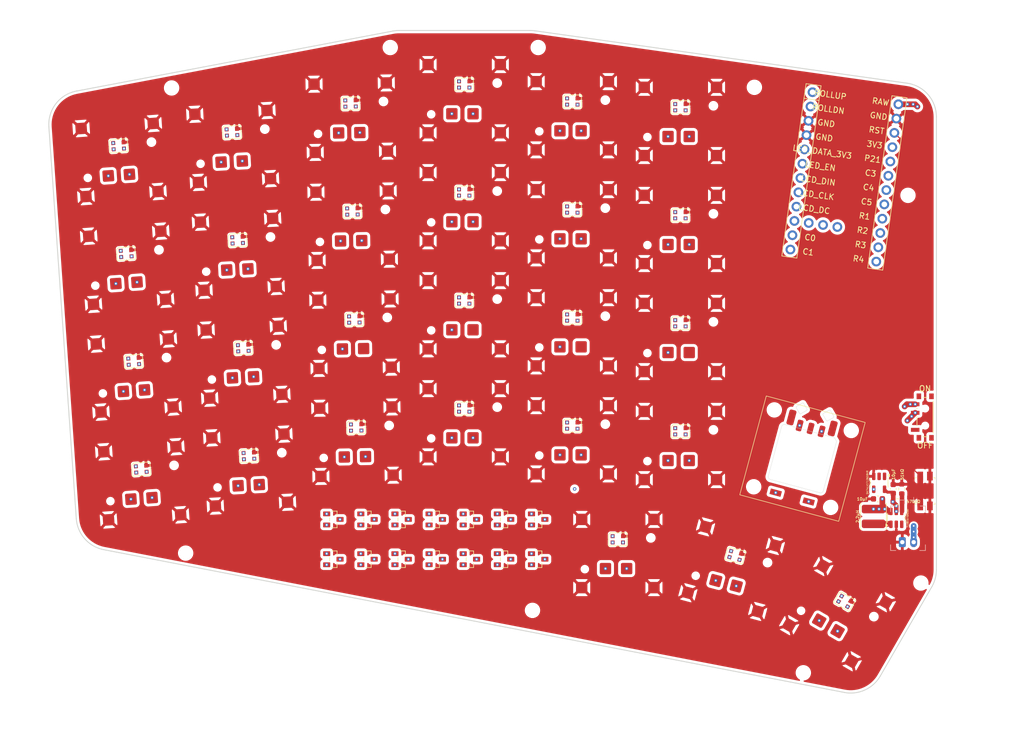
<source format=kicad_pcb>
(kicad_pcb (version 20241229) (generator "pcbnew") (generator_version "9.0")
  (title_block (title "toomanykeys") (date "2025-06-04") (rev "0.1") (company "huntercook"))
  (layers (0 "F.Cu" signal) (4 "In1.Cu" signal) (6 "In2.Cu" signal) (8 "In3.Cu" signal) (10 "In4.Cu" signal) (2 "B.Cu" signal) (13 "F.Paste" user) (15 "B.Paste" user) (5 "F.SilkS" user "F.Silkscreen") (7 "B.SilkS" user "B.Silkscreen") (1 "F.Mask" user) (3 "B.Mask" user) (25 "Edge.Cuts" user))
  (net 0 "")
  (net 1 "C0")
  (net 2 "finger_outer_bottom")
  (net 3 "GND")
  (net 4 "finger_outer_home")
  (net 5 "finger_outer_top")
  (net 6 "finger_outer_num")
  (net 7 "C1")
  (net 8 "finger_pinky_bottom")
  (net 9 "finger_pinky_home")
  (net 10 "finger_pinky_top")
  (net 11 "finger_pinky_num")
  (net 12 "C2")
  (net 13 "finger_ring_bottom")
  (net 14 "finger_ring_home")
  (net 15 "finger_ring_top")
  (net 16 "finger_ring_num")
  (net 17 "C3")
  (net 18 "finger_middle_bottom")
  (net 19 "finger_middle_home")
  (net 20 "finger_middle_top")
  (net 21 "finger_middle_num")
  (net 22 "C4")
  (net 23 "finger_index_bottom")
  (net 24 "finger_index_home")
  (net 25 "finger_index_top")
  (net 26 "finger_index_num")
  (net 27 "C5")
  (net 28 "finger_inner_bottom")
  (net 29 "finger_inner_home")
  (net 30 "finger_inner_top")
  (net 31 "finger_inner_num")
  (net 32 "thumb_near_fan")
  (net 33 "thumb_mid_fan")
  (net 34 "thumb_far_fan")
  (net 35 "roller")
  (net 36 "ROLLUP")
  (net 37 "ROLLDN")
  (net 38 "R1")
  (net 39 "RAW")
  (net 40 "RST")
  (net 41 "3V3")
  (net 42 "P21")
  (net 43 "R2")
  (net 44 "R3")
  (net 45 "R4")
  (net 46 "LED_DATA_3V3")
  (net 47 "LED_EN")
  (net 48 "LCD_DIN")
  (net 49 "LCD_CLK")
  (net 50 "LCD_DC")
  (net 51 "LCD_BL")
  (net 52 "LCD_CS")
  (net 53 "LCD_RST")
  (net 54 "BAT_P")
  (net 55 "LED_26")
  (net 56 "LED_PWR")
  (net 57 "LED_27")
  (net 58 "LED_25")
  (net 59 "LED_24")
  (net 60 "LED_23")
  (net 61 "LED_19")
  (net 62 "LED_20")
  (net 63 "LED_21")
  (net 64 "LED_22")
  (net 65 "LED_18")
  (net 66 "LED_17")
  (net 67 "LED_16")
  (net 68 "LED_15")
  (net 69 "LED_11")
  (net 70 "LED_12")
  (net 71 "LED_13")
  (net 72 "LED_14")
  (net 73 "LED_10")
  (net 74 "LED_9")
  (net 75 "LED_8")
  (net 76 "LED_7")
  (net 77 "LED_3")
  (net 78 "LED_4")
  (net 79 "LED_5")
  (net 80 "LED_6")
  (net 81 "LED_2")
  (net 82 "LED_1")
  (net 83 "LED_DATA_5V")
  (net 84 "Net-(U1-V_{FB})")
  (net 85 "Net-(U1-SW)")
  (net 86 "BOOST_EN")
  (footprint "BAV70 SOT23" (layer "F.Cu") (at 111.593327 166.357023 -90)
    (property "Reference" "D4" (hide yes))
    (property "Value" "BAV70")
  )
  (footprint "LED_WS2812B-2020_PLCC4_2.0x2.0mm" (layer "F.Cu") (at 154.593327 150.857023)
    (property "Reference" "LED21" (hide yes))
    (property "Value" "")
  )
  (footprint "LED_WS2812B-2020_PLCC4_2.0x2.0mm" (layer "F.Cu") (at 154.593327 93.857023)
    (property "Reference" "LED24" (hide yes))
    (property "Value" "")
  )
  (footprint "LED_WS2812B-2020_PLCC4_2.0x2.0mm" (layer "F.Cu") (at 135.593327 130.857023)
    (property "Reference" "LED18" (hide yes))
    (property "Value" "")
  )
  (footprint "LED_WS2812B-2020_PLCC4_2.0x2.0mm" (layer "F.Cu") (at 77.758737 136.206528 3)
    (property "Reference" "LED6" (hide yes))
    (property "Value" "")
  )
  (footprint "BAV70 SOT23" (layer "F.Cu") (at 111.593327 173.357023 -90)
    (property "Reference" "D11" (hide yes))
    (property "Value" "BAV70")
  )
  (footprint "BAV70 SOT23" (layer "F.Cu") (at 99.593327 173.357023 -90)
    (property "Reference" "D9" (hide yes))
    (property "Value" "BAV70")
  )
  (footprint "PG1316S" (layer "F.Cu") (at 78.883961 157.677063 3)
    (property "Reference" "S5" (hide yes))
    (property "Value" "")
  )
  (footprint "LED_WS2812B-2020_PLCC4_2.0x2.0mm" (layer "F.Cu") (at 135.593327 111.857023)
    (property "Reference" "LED19" (hide yes))
    (property "Value" "")
  )
  (footprint "PG1316S" (layer "F.Cu") (at 182.200091 182.9397 -30)
    (property "Reference" "S27" (hide yes))
    (property "Value" "")
  )
  (footprint "PG1316S" (layer "F.Cu") (at 97.648578 152.688162 1)
    (property "Reference" "S9" (hide yes))
    (property "Value" "")
  )
  (footprint "ceoloide:mounting_hole_npth" (layer "F.Cu") (at 129.593327 83.357023)
    (property "Reference" "MH4" (hide yes))
    (property "Value" "")
  )
  (footprint "LED_WS2812B-2020_PLCC4_2.0x2.0mm" (layer "F.Cu") (at 164.240375 172.692208 -15)
    (property "Reference" "LED26" (hide yes))
    (property "Value" "")
  )
  (footprint "LED_WS2812B-2020_PLCC4_2.0x2.0mm" (layer "F.Cu") (at 96.941755 112.19433 1)
    (property "Reference" "LED11" (hide yes))
    (property "Value" "")
  )
  (footprint "PG1316S" (layer "F.Cu") (at 56.023881 103.138849 4)
    (property "Reference" "S4" (hide yes))
    (property "Value" "")
  )
  (footprint "ceoloide:reset_switch_smd_side" (layer "F.Cu") (at 197.593327 161.357023 -90)
    (property "Reference" "RST1" (hide yes))
    (property "Value" "")
  )
  (footprint "BAV70 SOT23" (layer "F.Cu") (at 105.593327 166.357023 -90)
    (property "Reference" "D3" (hide yes))
    (property "Value" "BAV70")
  )
  (footprint "ceoloide:mounting_hole_npth" (layer "F.Cu") (at 65.162444 90.470516 4)
    (property "Reference" "MH1" (hide yes))
    (property "Value" "")
  )
  (footprint "BAV70 SOT23" (layer "F.Cu") (at 129.593327 166.357023 -90)
    (property "Reference" "D7" (hide yes))
    (property "Value" "BAV70")
  )
  (footprint "LED_WS2812B-2020_PLCC4_2.0x2.0mm" (layer "F.Cu") (at 154.593327 112.857023)
    (property "Reference" "LED23" (hide yes))
    (property "Value" "")
  )
  (footprint "PG1316S" (layer "F.Cu") (at 96.985386 114.693949 1)
    (property "Reference" "S11" (hide yes))
    (property "Value" "")
  )
  (footprint "PG1316S" (layer "F.Cu") (at 76.895194 119.729141 3)
    (property "Reference" "S7" (hide yes))
    (property "Value" "")
  )
  (footprint "PG1316S" (layer "F.Cu") (at 135.593327 152.357023)
    (property "Reference" "S17" (hide yes))
    (property "Value" "")
  )
  (footprint "LED_WS2812B-2020_PLCC4_2.0x2.0mm" (layer "F.Cu") (at 154.593327 131.857023)
    (property "Reference" "LED22" (hide yes))
    (property "Value" "")
  )
  (footprint "LED_WS2812B-2020_PLCC4_2.0x2.0mm" (layer "F.Cu") (at 57.174863 119.598656 4)
    (property "Reference" "LED3" (hide yes))
    (property "Value" "")
  )
  (footprint "BAV70 SOT23" (layer "F.Cu") (at 99.593327 166.357023 -90)
    (property "Reference" "D2" (hide yes))
    (property "Value" "BAV70")
  )
  (footprint "LED_WS2812B-2020_PLCC4_2.0x2.0mm" (layer "F.Cu") (at 75.769971 98.258606 3)
    (property "Reference" "LED8" (hide yes))
    (property "Value" "")
  )
  (footprint "PG1316S" (layer "F.Cu") (at 154.593327 153.357023)
    (property "Reference" "S21" (hide yes))
    (property "Value" "")
  )
  (footprint "LED_WS2812B-2020_PLCC4_2.0x2.0mm" (layer "F.Cu") (at 183.450091 180.774636 -30)
    (property "Reference" "LED27" (hide yes))
    (property "Value" "")
  )
  (footprint "LED_WS2812B-2020_PLCC4_2.0x2.0mm" (layer "F.Cu") (at 116.593327 108.857023)
    (property "Reference" "LED15" (hide yes))
    (property "Value" "")
  )
  (footprint "PG1316S" (layer "F.Cu") (at 163.593327 175.107023 -15)
    (property "Reference" "S26" (hide yes))
    (property "Value" "")
  )
  (footprint "PG1316S" (layer "F.Cu") (at 135.593327 133.357023)
    (property "Reference" "S18" (hide yes))
    (property "Value" "")
  )
  (footprint "ceoloide:mcu_nice_nano" (layer "F.Cu") (at 183.593327 104.857023 -8)
    (property "Reference" "MCU1" (hide yes))
    (property "Value" "")
  )
  (footprint "PG1316S" (layer "F.Cu") (at 135.593327 114.357023)
    (property "Reference" "S19" (hide yes))
    (property "Value" "")
  )
  (footprint "PG1316S" (layer "F.Cu") (at 154.593327 134.357023)
    (property "Reference" "S22" (hide yes))
    (property "Value" "")
  )
  (footprint "PG1316S" (layer "F.Cu") (at 116.593327 130.357023)
    (property "Reference" "S14" (hide yes))
    (property "Value" "")
  )
  (footprint "PG1316S" (layer "F.Cu") (at 135.593327 95.357023)
    (property "Reference" "S20" (hide yes))
    (property "Value" "")
  )
  (footprint "ceoloide:mounting_hole_npth" (layer "F.Cu") (at 167.593327 90.357023)
    (property "Reference" "MH5" (hide yes))
    (property "Value" "")
  )
  (footprint "PG1316S" (layer "F.Cu") (at 97.316982 133.691055 1)
    (property "Reference" "S10" (hide yes))
    (property "Value" "")
  )
  (footprint "ceoloide:mounting_hole_npth" (layer "F.Cu") (at 194.593327 109.357023)
    (property "Reference" "MH6" (hide yes))
    (property "Value" "")
  )
  (footprint "LED_WS2812B-2020_PLCC4_2.0x2.0mm" (layer "F.Cu") (at 59.825609 157.50609 4)
    (property "Reference" "LED1" (hide yes))
    (property "Value" "")
  )
  (footprint "PG1316S" (layer "F.Cu") (at 58.674627 141.046283 4)
    (property "Reference" "S2" (hide yes))
    (property "Value" "")
  )
  (footprint "ceoloide:power_switch_smd_side" (layer "F.Cu") (at 197.593327 148.357023)
    (property "Reference" "PWR1" (hide yes))
    (property "Value" "")
  )
  (footprint "BAV70 SOT23" (layer "F.Cu") (at 123.593327 173.357023 -90)
    (property "Reference" "D13" (hide yes))
    (property "Value" "BAV70")
  )
  (footprint "Package_TO_SOT_SMD:SOT-23-6" (layer "F.Cu") (at 192.54 166.0825 90)
    (property "Reference" "U1" (hide yes))
    (property "Value" "TLV61070ADBV")
  )
  (footprint "LED_WS2812B-2020_PLCC4_2.0x2.0mm" (layer "F.Cu") (at 97.604947 150.188542 1)
    (property "Reference" "LED9" (hide yes))
    (property "Value" "")
  )
  (footprint "ceoloide:mounting_hole_npth" (layer "F.Cu") (at 67.63311 172.285908 3)
    (property "Reference" "MH2" (hide yes))
    (property "Value" "")
  )
  (footprint "PG1316S" (layer "F.Cu") (at 57.349254 122.092566 4)
    (property "Reference" "S3" (hide yes))
    (property "Value" "")
  )
  (footprint "BAV70 SOT23" (layer "F.Cu") (at 117.593327 173.357023 -90)
    (property "Reference" "D12" (hide yes))
    (property "Value" "BAV70")
  )
  (footprint "LED_WS2812B-2020_PLCC4_2.0x2.0mm" (layer "F.Cu") (at 78.753121 155.180489 3)
    (property "Reference" "LED5" (hide yes))
    (property "Value" "")
  )
  (footprint "BAV70 SOT23" (layer "F.Cu") (at 93.593327 166.357023 -90)
    (property "Reference" "D1" (hide yes))
    (property "Value" "BAV70")
  )
  (footprint "PG1316S" (layer "F.Cu") (at 116.593327 111.357023)
    (property "Reference" "S15" (hide yes))
    (property "Value" "")
  )
  (footprint "BAV70 SOT23" (layer "F.Cu") (at 123.593327 166.357023 -90)
    (property "Reference" "D6" (hide yes))
    (property "Value" "BAV70")
  )
  (footprint "LED_WS2812B-2020_PLCC4_2.0x2.0mm" (layer "F.Cu") (at 76.764354 117.232567 3)
    (property "Reference" "LED7" (hide yes))
    (property "Value" "")
  )
  (footprint "Package_TO_SOT_SMD:SOT-23-5" (layer "F.Cu") (at 189.52 159.9175 -90)
    (property "Reference" "U2" (hide yes))
    (property "Value" "SN74LV1T126DBVR")
  )
  (footprint "Resistor_SMD:R_0603_1608Metric" (layer "F.Cu") (at 192.755 163.255)
    (property "Reference" "R1" (hide yes))
    (property "Value" "470kΩ")
  )
  (footprint "PG1316S" (layer "F.Cu") (at 60 160 4)
    (property "Reference" "S1" (hide yes))
    (property "Value" "")
  )
  (footprint "PG1316S" (layer "F.Cu") (at 116.593327 149.357023)
    (property "Reference" "S13" (hide yes))
    (property "Value" "")
  )
  (footprint "PG1316S" (layer "F.Cu") (at 77.889577 138.703102 3)
    (property "Reference" "S6" (hide yes))
    (property "Value" "")
  )
  (footprint "LED_WS2812B-2020_PLCC4_2.0x2.0mm" (layer "F.Cu") (at 116.593327 89.857023)
    (property "Reference" "LED16" (hide yes))
    (property "Value" "")
  )
  (footprint "LED_WS2812B-2020_PLCC4_2.0x2.0mm" (layer "F.Cu") (at 143.593327 169.857023)
    (property "Reference" "LED25" (hide yes))
    (property "Value" "")
  )
  (footprint "LED_WS2812B-2020_PLCC4_2.0x2.0mm" (layer "F.Cu") (at 116.593327 127.857023)
    (property "Reference" "LED14" (hide yes))
    (property "Value" "")
  )
  (footprint "huntercook:L_CJIANG_FTC404030S_4.1x4.1x3.0_SMD" (layer "F.Cu") (at 188.53 165.835 -90)
    (property "Reference" "L1" (hide yes))
    (property "Value" "2.2μH")
  )
  (footprint "PG1316S" (layer "F.Cu") (at 96.653791 95.696843 1)
    (property "Reference" "S12" (hide yes))
    (property "Value" "")
  )
  (footprint "BAV70 SOT23" (layer "F.Cu") (at 129.593327 173.357023 -90)
    (property "Reference" "D14" (hide yes))
    (property "Value" "BAV70")
  )
  (footprint "LED_WS2812B-2020_PLCC4_2.0x2.0mm" (layer "F.Cu") (at 116.593327 146.857023)
    (property "Reference" "LED13" (hide yes))
    (property "Value" "")
  )
  (footprint "Resistor_SMD:R_0603_1608Metric" (layer "F.Cu") (at 193.5 161 90)
    (property "Reference" "R2" (hide yes))
    (property "Value" "51kΩ")
  )
  (footprint "ceoloide:mounting_hole_npth" (layer "F.Cu") (at 103.593327 83.357023)
    (property "Reference" "MH3" (hide yes))
    (property "Value" "")
  )
  (footprint "Capacitor_SMD:C_0603_1608Metric" (layer "F.Cu") (at 189.31 162.7475 180)
    (property "Reference" "C1" (hide yes))
    (property "Value" "10μF")
  )
  (footprint "BAV70 SOT23" (layer "F.Cu") (at 105.593327 173.357023 -90)
    (property "Reference" "D10" (hide yes))
    (property "Value" "BAV70")
  )
  (footprint "CKW12" (layer "F.Cu") (at 176.048827 155.668388 75)
    (property "Reference" "RE1" (hide yes))
    (property "Value" "")
    (fp_line (start -4.5 -5) (end 4.5 -4.999999) (stroke (width 0.05)) (layer "Edge.Cuts"))
    (fp_line (start 5 -4.5) (end 4.999999 4.5) (stroke (width 0.05)) (layer "Edge.Cuts"))
    (fp_line (start 8.393604 -3.394264) (end 7.545076 -2.545736) (stroke (width 0.05)) (layer "Edge.Cuts"))
    (fp_line (start 8.605736 -3.394264) (end 9.454264 -2.545736) (stroke (width 0.05)) (layer "Edge.Cuts"))
    (fp_line (start 7.545076 -2.333604) (end 8.393604 -1.485076) (stroke (width 0.05)) (layer "Edge.Cuts"))
    (fp_line (start 8.605736 -1.485076) (end 9.454264 -2.333604) (stroke (width 0.05)) (layer "Edge.Cuts"))
    (fp_line (start -5 4.5) (end -4.999999 -4.5) (stroke (width 0.05)) (layer "Edge.Cuts"))
    (fp_line (start 8.397868 1.480812) (end 7.54934 2.32934) (stroke (width 0.05)) (layer "Edge.Cuts"))
    (fp_line (start 8.61 1.480812) (end 9.458528 2.32934) (stroke (width 0.05)) (layer "Edge.Cuts"))
    (fp_line (start -4.5 4.999999) (end 4.5 5) (stroke (width 0.05)) (layer "Edge.Cuts"))
    (fp_line (start 7.54934 2.541472) (end 8.397868 3.39) (stroke (width 0.05)) (layer "Edge.Cuts"))
    (fp_line (start 8.61 3.39) (end 9.458528 2.541472) (stroke (width 0.05)) (layer "Edge.Cuts"))
    (fp_line (start 4.5 5) (end 4.999999 4.5) (stroke (width 0.05)) (layer "Edge.Cuts"))
    (fp_arc (start -4.999999 -4.5) (mid -4.853553 -4.853553) (end -4.5 -5) (stroke (width 0.05)) (layer "Edge.Cuts"))
    (fp_arc (start 4.5 -4.999999) (mid 4.853553 -4.853553) (end 5 -4.5) (stroke (width 0.05)) (layer "Edge.Cuts"))
    (fp_arc (start 8.393604 -3.394264) (mid 8.49967 -3.438198) (end 8.605736 -3.394264) (stroke (width 0.05)) (layer "Edge.Cuts"))
    (fp_arc (start 7.545076 -2.333604) (mid 7.501142 -2.43967) (end 7.545076 -2.545736) (stroke (width 0.05)) (layer "Edge.Cuts"))
    (fp_arc (start 9.454264 -2.545736) (mid 9.498198 -2.43967) (end 9.454264 -2.333604) (stroke (width 0.05)) (layer "Edge.Cuts"))
    (fp_arc (start 8.605736 -1.485076) (mid 8.49967 -1.441142) (end 8.393604 -1.485076) (stroke (width 0.05)) (layer "Edge.Cuts"))
    (fp_arc (start 8.397868 1.480812) (mid 8.503934 1.436878) (end 8.61 1.480812) (stroke (width 0.05)) (layer "Edge.Cuts"))
    (fp_arc (start -4.5 4.999999) (mid -4.853553 4.853553) (end -5 4.5) (stroke (width 0.05)) (layer "Edge.Cuts"))
    (fp_arc (start 7.54934 2.541472) (mid 7.505406 2.435406) (end 7.54934 2.32934) (stroke (width 0.05)) (layer "Edge.Cuts"))
    (fp_arc (start 9.458528 2.32934) (mid 9.502462 2.435406) (end 9.458528 2.541472) (stroke (width 0.05)) (layer "Edge.Cuts"))
    (fp_arc (start 8.61 3.39) (mid 8.503934 3.433934) (end 8.397868 3.39) (stroke (width 0.05)) (layer "Edge.Cuts"))
  )
  (footprint "BAV70 SOT23" (layer "F.Cu") (at 93.593327 173.357023 -90)
    (property "Reference" "D8" (hide yes))
    (property "Value" "BAV70")
  )
  (footprint "PG1316S" (layer "F.Cu") (at 116.593327 92.357023)
    (property "Reference" "S16" (hide yes))
    (property "Value" "")
  )
  (footprint "PG1316S" (layer "F.Cu") (at 154.593327 115.357023)
    (property "Reference" "S23" (hide yes))
    (property "Value" "")
  )
  (footprint "PG1316S" (layer "F.Cu") (at 154.593327 96.357023)
    (property "Reference" "S24" (hide yes))
    (property "Value" "")
  )
  (footprint "Capacitor_SMD:C_0603_1608Metric" (layer "F.Cu") (at 192 161 90)
    (property "Reference" "C2" (hide yes))
    (property "Value" "10μF")
  )
  (footprint "ceoloide:mounting_hole_npth" (layer "F.Cu") (at 176.200091 193.332005 -30)
    (property "Reference" "MH8" (hide yes))
    (property "Value" "")
  )
  (footprint "LED_WS2812B-2020_PLCC4_2.0x2.0mm" (layer "F.Cu") (at 135.593327 149.857023)
    (property "Reference" "LED17" (hide yes))
    (property "Value" "")
  )
  (footprint "LED_WS2812B-2020_PLCC4_2.0x2.0mm" (layer "F.Cu") (at 55.84949 100.644939 4)
    (property "Reference" "LED4" (hide yes))
    (property "Value" "")
  )
  (footprint "LED_WS2812B-2020_PLCC4_2.0x2.0mm" (layer "F.Cu") (at 135.593327 92.857023)
    (property "Reference" "LED20" (hide yes))
    (property "Value" "")
  )
  (footprint "LED_WS2812B-2020_PLCC4_2.0x2.0mm" (layer "F.Cu") (at 97.273351 131.191436 1)
    (property "Reference" "LED10" (hide yes))
    (property "Value" "")
  )
  (footprint "PG1316S" (layer "F.Cu") (at 75.900811 100.755179 3)
    (property "Reference" "S8" (hide yes))
    (property "Value" "")
  )
  (footprint "PG1316S" (layer "F.Cu") (at 143.593327 172.357023)
    (property "Reference" "S25" (hide yes))
    (property "Value" "")
  )
  (footprint "LED_WS2812B-2020_PLCC4_2.0x2.0mm" (layer "F.Cu") (at 58.500236 138.552373 4)
    (property "Reference" "LED2" (hide yes))
    (property "Value" "")
  )
  (footprint "BAV70 SOT23" (layer "F.Cu") (at 117.593327 166.357023 -90)
    (property "Reference" "D5" (hide yes))
    (property "Value" "BAV70")
  )
  (footprint "ceoloide:mounting_hole_npth" (layer "F.Cu") (at 196.860345 177.547395 -30)
    (property "Reference" "MH9" (hide yes))
    (property "Value" "")
  )
  (footprint "ceoloide:mounting_hole_npth" (layer "F.Cu") (at 128.593327 182.357023)
    (property "Reference" "MH7" (hide yes))
    (property "Value" "")
  )
  (footprint "LED_WS2812B-2020_PLCC4_2.0x2.0mm" (layer "F.Cu") (at 96.61016 93.197224 1)
    (property "Reference" "LED12" (hide yes))
    (property "Value" "")
  )
  (footprint "ceoloide:battery_connector_jst_ph_2" (layer "B.Cu") (at 194.593327 170.357023 180)
    (property "Reference" "JST1" (hide yes))
    (property "Value" "")
  )
  (gr_line (start 183.395824 196.790433) (end 53.254098 171.686037) (stroke (width 0.15)) (layer "Edge.Cuts"))
  (gr_arc (start 199.593327 175.199777) (mid 199.388997 176.752289) (end 198.789899 178.199051) (stroke (width 0.15)) (layer "Edge.Cuts"))
  (gr_line (start 48.405165 166.213186) (end 43.587985 97.3243) (stroke (width 0.15)) (layer "Edge.Cuts"))
  (gr_line (start 48.454662 91.010975) (end 104.038921 80.462238) (stroke (width 0.15)) (layer "Edge.Cuts"))
  (gr_arc (start 189.728847 193.898317) (mid 187.024704 196.356831) (end 183.395824 196.790433) (stroke (width 0.15)) (layer "Edge.Cuts"))
  (gr_line (start 199.593327 95.571172) (end 199.593327 175.199777) (stroke (width 0.15)) (layer "Edge.Cuts"))
  (gr_arc (start 194.430138 89.629813) (mid 198.122167 91.635499) (end 199.593327 95.571172) (stroke (width 0.15)) (layer "Edge.Cuts"))
  (gr_line (start 129.009678 80.415664) (end 194.430138 89.629813) (stroke (width 0.15)) (layer "Edge.Cuts"))
  (gr_line (start 198.789898 178.199051) (end 189.728847 193.898317) (stroke (width 0.15)) (layer "Edge.Cuts"))
  (gr_arc (start 53.254098 171.686037) (mid 49.899653 169.773571) (end 48.405165 166.213186) (stroke (width 0.15)) (layer "Edge.Cuts"))
  (gr_arc (start 104.038921 80.462238) (mid 104.595806 80.383389) (end 105.157628 80.357023) (stroke (width 0.15)) (layer "Edge.Cuts"))
  (gr_line (start 105.157628 80.357023) (end 128.172867 80.357023) (stroke (width 0.15)) (layer "Edge.Cuts"))
  (gr_arc (start 128.172867 80.357023) (mid 128.592299 80.371699) (end 129.009678 80.415664) (stroke (width 0.15)) (layer "Edge.Cuts"))
  (gr_arc (start 43.587985 97.3243) (mid 44.821379 93.242655) (end 48.454662 91.010975) (stroke (width 0.15)) (layer "Edge.Cuts"))
  (via (at 58.015153 162.795265) (size 0.6) (drill 0.3) (layers "F.Cu" "B.Cu") (net 1))
  (via (at 55.364407 124.887831) (size 0.6) (drill 0.3) (layers "F.Cu" "B.Cu") (net 1))
  (via (at 54.039034 105.934114) (size 0.6) (drill 0.3) (layers "F.Cu" "B.Cu") (net 1))
  (via (at 56.68978 143.841548) (size 0.6) (drill 0.3) (layers "F.Cu" "B.Cu") (net 1))
  (via (at 104.418327 172.382023) (size 0.6) (drill 0.3) (layers "F.Cu" "B.Cu") (net 2))
  (via (at 104.418327 174.332023) (size 0.6) (drill 0.3) (layers "F.Cu" "B.Cu") (net 2))
  (via (at 61.731079 162.535422) (size 0.6) (drill 0.3) (layers "F.Cu" "B.Cu") (net 2))
  (via (at 128.418327 167.332023) (size 0.6) (drill 0.3) (layers "F.Cu" "B.Cu") (net 4))
  (via (at 128.418327 165.382023) (size 0.6) (drill 0.3) (layers "F.Cu" "B.Cu") (net 4))
  (via (at 60.405706 143.581705) (size 0.6) (drill 0.3) (layers "F.Cu" "B.Cu") (net 4))
  (via (at 110.418327 165.382023) (size 0.6) (drill 0.3) (layers "F.Cu" "B.Cu") (net 5))
  (via (at 59.080333 124.627988) (size 0.6) (drill 0.3) (layers "F.Cu" "B.Cu") (net 5))
  (via (at 110.418327 167.332023) (size 0.6) (drill 0.3) (layers "F.Cu" "B.Cu") (net 5))
  (via (at 92.418327 165.382023) (size 0.6) (drill 0.3) (layers "F.Cu" "B.Cu") (net 6))
  (via (at 57.75496 105.674271) (size 0.6) (drill 0.3) (layers "F.Cu" "B.Cu") (net 6))
  (via (at 73.867482 103.515378) (size 0.6) (drill 0.3) (layers "F.Cu" "B.Cu") (net 7))
  (via (at 75.856248 141.463301) (size 0.6) (drill 0.3) (layers "F.Cu" "B.Cu") (net 7))
  (via (at 74.861865 122.48934) (size 0.6) (drill 0.3) (layers "F.Cu" "B.Cu") (net 7))
  (via (at 76.850632 160.437262) (size 0.6) (drill 0.3) (layers "F.Cu" "B.Cu") (net 7))
  (via (at 80.570527 160.242311) (size 0.6) (drill 0.3) (layers "F.Cu" "B.Cu") (net 8))
  (via (at 79.576143 141.26835) (size 0.6) (drill 0.3) (layers "F.Cu" "B.Cu") (net 9))
  (via (at 78.58176 122.294389) (size 0.6) (drill 0.3) (layers "F.Cu" "B.Cu") (net 10))
  (via (at 77.587377 103.320427) (size 0.6) (drill 0.3) (layers "F.Cu" "B.Cu") (net 11))
  (via (at 92.418327 167.332023) (size 0.6) (drill 0.3) (layers "F.Cu" "B.Cu") (net 11))
  (via (at 95.520158 155.375717) (size 0.6) (drill 0.3) (layers "F.Cu" "B.Cu") (net 12))
  (via (at 94.525371 98.384398) (size 0.6) (drill 0.3) (layers "F.Cu" "B.Cu") (net 12))
  (via (at 141.418327 175.007023) (size 0.6) (drill 0.3) (layers "F.Cu" "B.Cu") (net 12))
  (via (at 94.856966 117.381504) (size 0.6) (drill 0.3) (layers "F.Cu" "B.Cu") (net 12))
  (via (at 95.188562 136.37861) (size 0.6) (drill 0.3) (layers "F.Cu" "B.Cu") (net 12))
  (via (at 99.244591 155.310707) (size 0.6) (drill 0.3) (layers "F.Cu" "B.Cu") (net 13))
  (via (at 110.418327 172.382023) (size 0.6) (drill 0.3) (layers "F.Cu" "B.Cu") (net 13))
  (via (at 92.418327 172.382023) (size 0.6) (drill 0.3) (layers "F.Cu" "B.Cu") (net 14))
  (via (at 98.581399 117.316494) (size 0.6) (drill 0.3) (layers "F.Cu" "B.Cu") (net 15))
  (via (at 116.418327 165.382023) (size 0.6) (drill 0.3) (layers "F.Cu" "B.Cu") (net 15))
  (via (at 98.418327 165.382023) (size 0.6) (drill 0.3) (layers "F.Cu" "B.Cu") (net 16))
  (via (at 98.249804 98.319388) (size 0.6) (drill 0.3) (layers "F.Cu" "B.Cu") (net 16))
  (via (at 114.418327 95.007023) (size 0.6) (drill 0.3) (layers "F.Cu" "B.Cu") (net 17))
  (via (at 114.418327 133.007023) (size 0.6) (drill 0.3) (layers "F.Cu" "B.Cu") (net 17))
  (via (at 114.418327 114.007023) (size 0.6) (drill 0.3) (layers "F.Cu" "B.Cu") (net 17))
  (via (at 136 161) (size 0.6) (drill 0.3) (layers "F.Cu" "B.Cu") (net 17))
  (via (at 160.806568 177.103795) (size 0.6) (drill 0.3) (layers "F.Cu" "B.Cu") (net 17))
  (via (at 114.418327 152.007023) (size 0.6) (drill 0.3) (layers "F.Cu" "B.Cu") (net 17))
  (via (at 118.143327 152.007023) (size 0.6) (drill 0.3) (layers "F.Cu" "B.Cu") (net 18))
  (via (at 110.418327 174.332023) (size 0.6) (drill 0.3) (layers "F.Cu" "B.Cu") (net 18))
  (via (at 92.418327 174.332023) (size 0.6) (drill 0.3) (layers "F.Cu" "B.Cu") (net 19))
  (via (at 118.143327 114.007023) (size 0.6) (drill 0.3) (layers "F.Cu" "B.Cu") (net 20))
  (via (at 116.418327 167.332023) (size 0.6) (drill 0.3) (layers "F.Cu" "B.Cu") (net 20))
  (via (at 98.418327 167.332023) (size 0.6) (drill 0.3) (layers "F.Cu" "B.Cu") (net 21))
  (via (at 118.143327 95.007023) (size 0.6) (drill 0.3) (layers "F.Cu" "B.Cu") (net 21))
  (via (at 133.418327 136.007023) (size 0.6) (drill 0.3) (layers "F.Cu" "B.Cu") (net 22))
  (via (at 133.418327 98.007023) (size 0.6) (drill 0.3) (layers "F.Cu" "B.Cu") (net 22))
  (via (at 178.991486 184.147167) (size 0.6) (drill 0.3) (layers "F.Cu" "B.Cu") (net 22))
  (via (at 133.418327 155.007023) (size 0.6) (drill 0.3) (layers "F.Cu" "B.Cu") (net 22))
  (via (at 133.418327 117.007023) (size 0.6) (drill 0.3) (layers "F.Cu" "B.Cu") (net 22))
  (via (at 116.418327 172.382023) (size 0.6) (drill 0.3) (layers "F.Cu" "B.Cu") (net 23))
  (via (at 137.143327 155.007023) (size 0.6) (drill 0.3) (layers "F.Cu" "B.Cu") (net 23))
  (via (at 98.418327 172.382023) (size 0.6) (drill 0.3) (layers "F.Cu" "B.Cu") (net 24))
  (via (at 122.418327 165.382023) (size 0.6) (drill 0.3) (layers "F.Cu" "B.Cu") (net 25))
  (via (at 137.143327 117.007023) (size 0.6) (drill 0.3) (layers "F.Cu" "B.Cu") (net 25))
  (via (at 137.143327 98.007023) (size 0.6) (drill 0.3) (layers "F.Cu" "B.Cu") (net 26))
  (via (at 104.418327 165.382023) (size 0.6) (drill 0.3) (layers "F.Cu" "B.Cu") (net 26))
  (via (at 152.418327 99.007023) (size 0.6) (drill 0.3) (layers "F.Cu" "B.Cu") (net 27))
  (via (at 152.418327 156.007023) (size 0.6) (drill 0.3) (layers "F.Cu" "B.Cu") (net 27))
  (via (at 177.134871 163.206326) (size 0.6) (drill 0.3) (layers "F.Cu" "B.Cu") (net 27))
  (via (at 152.418327 137.007023) (size 0.6) (drill 0.3) (layers "F.Cu" "B.Cu") (net 27))
  (via (at 152.418327 118.007023) (size 0.6) (drill 0.3) (layers "F.Cu" "B.Cu") (net 27))
  (via (at 156.143327 156.007023) (size 0.6) (drill 0.3) (layers "F.Cu" "B.Cu") (net 28))
  (via (at 116.418327 174.332023) (size 0.6) (drill 0.3) (layers "F.Cu" "B.Cu") (net 28))
  (via (at 98.418327 174.332023) (size 0.6) (drill 0.3) (layers "F.Cu" "B.Cu") (net 29))
  (via (at 156.143327 118.007023) (size 0.6) (drill 0.3) (layers "F.Cu" "B.Cu") (net 30))
  (via (at 122.418327 167.332023) (size 0.6) (drill 0.3) (layers "F.Cu" "B.Cu") (net 30))
  (via (at 104.418327 167.332023) (size 0.6) (drill 0.3) (layers "F.Cu" "B.Cu") (net 31))
  (via (at 156.143327 99.007023) (size 0.6) (drill 0.3) (layers "F.Cu" "B.Cu") (net 31))
  (via (at 122.418327 172.382023) (size 0.6) (drill 0.3) (layers "F.Cu" "B.Cu") (net 32))
  (via (at 145.143327 175.007023) (size 0.6) (drill 0.3) (layers "F.Cu" "B.Cu") (net 32))
  (via (at 122.418327 174.332023) (size 0.6) (drill 0.3) (layers "F.Cu" "B.Cu") (net 33))
  (via (at 164.404642 178.067896) (size 0.6) (drill 0.3) (layers "F.Cu" "B.Cu") (net 33))
  (via (at 182.21743 186.009667) (size 0.6) (drill 0.3) (layers "F.Cu" "B.Cu") (net 34))
  (via (at 182.21743 186.009667) (size 0.6) (drill 0.3) (layers "F.Cu" "B.Cu") (net 34))
  (via (at 128.418327 172.382023) (size 0.6) (drill 0.3) (layers "F.Cu" "B.Cu") (net 34))
  (via (at 171.339316 161.653412) (size 0.6) (drill 0.3) (layers "F.Cu" "B.Cu") (net 35))
  (via (at 128.418327 174.332023) (size 0.6) (drill 0.3) (layers "F.Cu" "B.Cu") (net 35))
  (via (at 179.404183 150.873434) (size 0.6) (drill 0.3) (layers "F.Cu" "B.Cu") (net 36))
  (via (at 175.54048 149.838158) (size 0.6) (drill 0.3) (layers "F.Cu" "B.Cu") (net 37))
  (via (at 100.768327 166.357023) (size 0.6) (drill 0.3) (layers "F.Cu" "B.Cu") (net 38))
  (via (at 106.768327 166.357023) (size 0.6) (drill 0.3) (layers "F.Cu" "B.Cu") (net 38))
  (via (at 94.768327 173.357023) (size 0.6) (drill 0.3) (layers "F.Cu" "B.Cu") (net 38))
  (via (at 124.768327 173.357023) (size 0.6) (drill 0.3) (layers "F.Cu" "B.Cu") (net 38))
  (via (at 124.768327 166.357023) (size 0.6) (drill 0.3) (layers "F.Cu" "B.Cu") (net 38))
  (via (at 112.768327 173.357023) (size 0.6) (drill 0.3) (layers "F.Cu" "B.Cu") (net 38))
  (via (at 118.768327 173.357023) (size 0.6) (drill 0.3) (layers "F.Cu" "B.Cu") (net 38))
  (via (at 112.768327 166.357023) (size 0.6) (drill 0.3) (layers "F.Cu" "B.Cu") (net 38))
  (via (at 118.768327 166.357023) (size 0.6) (drill 0.3) (layers "F.Cu" "B.Cu") (net 38))
  (via (at 94.768327 166.357023) (size 0.6) (drill 0.3) (layers "F.Cu" "B.Cu") (net 38))
  (via (at 130.768327 173.357023) (size 0.6) (drill 0.3) (layers "F.Cu" "B.Cu") (net 38))
  (via (at 106.768327 173.357023) (size 0.6) (drill 0.3) (layers "F.Cu" "B.Cu") (net 38))
  (via (at 130.768327 166.357023) (size 0.6) (drill 0.3) (layers "F.Cu" "B.Cu") (net 38))
  (via (at 100.768327 173.357023) (size 0.6) (drill 0.3) (layers "F.Cu" "B.Cu") (net 38))
  (segment (start 194.482675 148.982675) (end 195.858327 147.607023) (width 1) (layer "F.Cu") (net 39))
  (segment (start 188.53 164.535) (end 189.5 164.535) (width 1) (layer "F.Cu") (net 39))
  (segment (start 190.085 162.7475) (end 190.085 163.86) (width 1) (layer "F.Cu") (net 39))
  (segment (start 192.906668 93.341118) (end 195.841118 93.341118) (width 1) (layer "F.Cu") (net 39))
  (segment (start 189.5 164.535) (end 190.5 164.535) (width 1) (layer "F.Cu") (net 39))
  (segment (start 195.841118 93.341118) (end 196.25 93.75) (width 1) (layer "F.Cu") (net 39))
  (segment (start 190.76 164.535) (end 191.26 165.035) (width 1) (layer "F.Cu") (net 39))
  (segment (start 190.085 163.86) (end 190.76 164.535) (width 1) (layer "F.Cu") (net 39))
  (segment (start 190.5 164.535) (end 190.76 164.535) (width 1) (layer "F.Cu") (net 39))
  (via (at 190.5 164.535) (size 0.6) (drill 0.3) (layers "F.Cu" "B.Cu") (net 39))
  (via (at 188.53 164.535) (size 0.6) (drill 0.3) (layers "F.Cu" "B.Cu") (net 39))
  (via (at 188.53 164.535) (size 0.6) (drill 0.3) (layers "F.Cu" "B.Cu") (net 39))
  (via (at 195.5 93.341118) (size 0.6) (drill 0.3) (layers "F.Cu" "B.Cu") (net 39))
  (via (at 194.482675 148.982675) (size 0.6) (drill 0.3) (layers "F.Cu" "B.Cu") (net 39))
  (via (at 196.25 93.75) (size 0.6) (drill 0.3) (layers "F.Cu" "B.Cu") (net 39))
  (via (at 189.5 164.535) (size 0.6) (drill 0.3) (layers "F.Cu" "B.Cu") (net 39))
  (via (at 195.858327 147.607023) (size 0.6) (drill 0.3) (layers "F.Cu" "B.Cu") (net 39))
  (via (at 195.232675 148.232675) (size 0.6) (drill 0.3) (layers "F.Cu" "B.Cu") (net 39))
  (via (at 190.085 162.7475) (size 0.6) (drill 0.3) (layers "F.Cu" "B.Cu") (net 39))
  (via (at 194.5 93.341118) (size 0.6) (drill 0.3) (layers "F.Cu" "B.Cu") (net 39))
  (segment (start 198.4 138.7) (end 191.1 146) (width 0.2) (layer "F.Cu") (net 40))
  (segment (start 198.4 104.57201) (end 198.4 138.7) (width 0.2) (layer "F.Cu") (net 40))
  (segment (start 191.1 146) (end 191.1 153.088696) (width 0.2) (layer "F.Cu") (net 40))
  (segment (start 192.199669 98.371679) (end 198.4 104.57201) (width 0.2) (layer "F.Cu") (net 40))
  (segment (start 191.1 153.088696) (end 196.743327 158.732023) (width 0.2) (layer "F.Cu") (net 40))
  (segment (start 196.743327 163.982023) (end 196.743327 158.732023) (width 1) (layer "F.Cu") (net 40))
  (segment (start 194 146.5) (end 194.392977 146.107023) (width 1) (layer "F.Cu") (net 54))
  (segment (start 194.392977 146.107023) (end 195.858327 146.107023) (width 1) (layer "F.Cu") (net 54))
  (via (at 194 146.5) (size 0.6) (drill 0.3) (layers "F.Cu" "B.Cu") (net 54))
  (via (at 195.593327 167.5) (size 0.6) (drill 0.3) (layers "F.Cu" "B.Cu") (net 54))
  (via (at 195 146.107023) (size 0.6) (drill 0.3) (layers "F.Cu" "B.Cu") (net 54))
  (via (at 195.858327 146.107023) (size 0.6) (drill 0.3) (layers "F.Cu" "B.Cu") (net 54))
  (via (at 195.593327 168.5) (size 0.6) (drill 0.3) (layers "F.Cu" "B.Cu") (net 54))
  (via (at 195.593327 169.5) (size 0.6) (drill 0.3) (layers "F.Cu" "B.Cu") (net 54))
  (segment (start 195.593327 167.5) (end 195.593327 170.357023) (width 1) (layer "B.Cu") (net 54))
  (via (at 59.451373 139.037206) (size 0.6) (drill 0.3) (layers "F.Cu" "B.Cu") (net 55))
  (via (at 58.874472 157.021257) (size 0.6) (drill 0.3) (layers "F.Cu" "B.Cu") (net 55))
  (segment (start 191.79 161.565) (end 192 161.775) (width 0.5) (layer "F.Cu") (net 56))
  (segment (start 192.54 163.865) (end 191.93 163.255) (width 0.8) (layer "F.Cu") (net 56))
  (segment (start 192 161.775) (end 192 163.185) (width 0.8) (layer "F.Cu") (net 56))
  (segment (start 192.54 164.945) (end 192.54 164) (width 0.8) (layer "F.Cu") (net 56))
  (segment (start 190.47 161.055) (end 190.98 161.565) (width 0.5) (layer "F.Cu") (net 56))
  (segment (start 192 163.185) (end 191.93 163.255) (width 0.8) (layer "F.Cu") (net 56))
  (segment (start 190.98 161.565) (end 191.79 161.565) (width 0.5) (layer "F.Cu") (net 56))
  (segment (start 192.54 164) (end 192.54 163.865) (width 0.8) (layer "F.Cu") (net 56))
  (via (at 96.368089 131.757321) (size 0.6) (drill 0.3) (layers "F.Cu" "B.Cu") (net 56))
  (via (at 96.036493 112.760215) (size 0.6) (drill 0.3) (layers "F.Cu" "B.Cu") (net 56))
  (via (at 163.214202 172.986648) (size 0.6) (drill 0.3) (layers "F.Cu" "B.Cu") (net 56))
  (via (at 134.678327 93.407023) (size 0.6) (drill 0.3) (layers "F.Cu" "B.Cu") (net 56))
  (via (at 74.88501 98.85574) (size 0.6) (drill 0.3) (layers "F.Cu" "B.Cu") (net 56))
  (via (at 115.678327 90.407023) (size 0.6) (drill 0.3) (layers "F.Cu" "B.Cu") (net 56))
  (via (at 115.678327 147.407023) (size 0.6) (drill 0.3) (layers "F.Cu" "B.Cu") (net 56))
  (via (at 57.625831 139.16486) (size 0.6) (drill 0.3) (layers "F.Cu" "B.Cu") (net 56))
  (via (at 153.678327 113.407023) (size 0.6) (drill 0.3) (layers "F.Cu" "B.Cu") (net 56))
  (via (at 77.86816 155.777623) (size 0.6) (drill 0.3) (layers "F.Cu" "B.Cu") (net 56))
  (via (at 76.873776 136.803662) (size 0.6) (drill 0.3) (layers "F.Cu" "B.Cu") (net 56))
  (via (at 75.879393 117.829701) (size 0.6) (drill 0.3) (layers "F.Cu" "B.Cu") (net 56))
  (via (at 58.951204 158.118577) (size 0.6) (drill 0.3) (layers "F.Cu" "B.Cu") (net 56))
  (via (at 54.975085 101.257426) (size 0.6) (drill 0.3) (layers "F.Cu" "B.Cu") (net 56))
  (via (at 142.678327 170.407023) (size 0.6) (drill 0.3) (layers "F.Cu" "B.Cu") (net 56))
  (via (at 115.678327 109.407023) (size 0.6) (drill 0.3) (layers "F.Cu" "B.Cu") (net 56))
  (via (at 134.678327 131.407023) (size 0.6) (drill 0.3) (layers "F.Cu" "B.Cu") (net 56))
  (via (at 56.300458 120.211143) (size 0.6) (drill 0.3) (layers "F.Cu" "B.Cu") (net 56))
  (via (at 153.678327 94.407023) (size 0.6) (drill 0.3) (layers "F.Cu" "B.Cu") (net 56))
  (via (at 153.678327 132.407023) (size 0.6) (drill 0.3) (layers "F.Cu" "B.Cu") (net 56))
  (via (at 192.54 164.945) (size 0.6) (drill 0.3) (layers "F.Cu" "B.Cu") (net 56))
  (via (at 134.678327 112.407023) (size 0.6) (drill 0.3) (layers "F.Cu" "B.Cu") (net 56))
  (via (at 115.678327 128.407023) (size 0.6) (drill 0.3) (layers "F.Cu" "B.Cu") (net 56))
  (via (at 96.699685 150.754427) (size 0.6) (drill 0.3) (layers "F.Cu" "B.Cu") (net 56))
  (via (at 153.678327 151.407023) (size 0.6) (drill 0.3) (layers "F.Cu" "B.Cu") (net 56))
  (via (at 95.704898 93.763109) (size 0.6) (drill 0.3) (layers "F.Cu" "B.Cu") (net 56))
  (via (at 192.54 164) (size 0.6) (drill 0.3) (layers "F.Cu" "B.Cu") (net 56))
  (via (at 182.382678 180.79345) (size 0.6) (drill 0.3) (layers "F.Cu" "B.Cu") (net 56))
  (via (at 191.93 163.255) (size 0.6) (drill 0.3) (layers "F.Cu" "B.Cu") (net 56))
  (via (at 134.678327 150.407023) (size 0.6) (drill 0.3) (layers "F.Cu" "B.Cu") (net 56))
  (via (at 60.776746 157.990923) (size 0.6) (drill 0.3) (layers "F.Cu" "B.Cu") (net 57))
  (via (at 57.549099 138.06754) (size 0.6) (drill 0.3) (layers "F.Cu" "B.Cu") (net 58))
  (via (at 58.126 120.083489) (size 0.6) (drill 0.3) (layers "F.Cu" "B.Cu") (net 58))
  (via (at 56.223726 119.113823) (size 0.6) (drill 0.3) (layers "F.Cu" "B.Cu") (net 59))
  (via (at 56.800627 101.129772) (size 0.6) (drill 0.3) (layers "F.Cu" "B.Cu") (net 59))
  (via (at 54.898353 100.160106) (size 0.6) (drill 0.3) (layers "F.Cu" "B.Cu") (net 60))
  (via (at 76.712502 98.759965) (size 0.6) (drill 0.3) (layers "F.Cu" "B.Cu") (net 60))
  (via (at 77.81059 154.67913) (size 0.6) (drill 0.3) (layers "F.Cu" "B.Cu") (net 61))
  (via (at 98.529406 150.722489) (size 0.6) (drill 0.3) (layers "F.Cu" "B.Cu") (net 61))
  (via (at 79.695652 155.681848) (size 0.6) (drill 0.3) (layers "F.Cu" "B.Cu") (net 62))
  (via (at 76.816206 135.705169) (size 0.6) (drill 0.3) (layers "F.Cu" "B.Cu") (net 62))
  (via (at 78.701268 136.707887) (size 0.6) (drill 0.3) (layers "F.Cu" "B.Cu") (net 63))
  (via (at 75.821823 116.731208) (size 0.6) (drill 0.3) (layers "F.Cu" "B.Cu") (net 63))
  (via (at 77.706885 117.733926) (size 0.6) (drill 0.3) (layers "F.Cu" "B.Cu") (net 64))
  (via (at 74.82744 97.757247) (size 0.6) (drill 0.3) (layers "F.Cu" "B.Cu") (net 64))
  (via (at 98.19781 131.725383) (size 0.6) (drill 0.3) (layers "F.Cu" "B.Cu") (net 65))
  (via (at 96.680488 149.654595) (size 0.6) (drill 0.3) (layers "F.Cu" "B.Cu") (net 65))
  (via (at 96.348892 130.657489) (size 0.6) (drill 0.3) (layers "F.Cu" "B.Cu") (net 66))
  (via (at 97.866214 112.728277) (size 0.6) (drill 0.3) (layers "F.Cu" "B.Cu") (net 66))
  (via (at 96.017296 111.660383) (size 0.6) (drill 0.3) (layers "F.Cu" "B.Cu") (net 67))
  (via (at 97.534619 93.731171) (size 0.6) (drill 0.3) (layers "F.Cu" "B.Cu") (net 67))
  (via (at 95.685701 92.663277) (size 0.6) (drill 0.3) (layers "F.Cu" "B.Cu") (net 68))
  (via (at 117.508327 90.407023) (size 0.6) (drill 0.3) (layers "F.Cu" "B.Cu") (net 68))
  (via (at 136.508327 150.407023) (size 0.6) (drill 0.3) (layers "F.Cu" "B.Cu") (net 69))
  (via (at 115.678327 146.307023) (size 0.6) (drill 0.3) (layers "F.Cu" "B.Cu") (net 69))
  (via (at 115.678327 127.307023) (size 0.6) (drill 0.3) (layers "F.Cu" "B.Cu") (net 70))
  (via (at 117.508327 147.407023) (size 0.6) (drill 0.3) (layers "F.Cu" "B.Cu") (net 70))
  (via (at 117.508327 128.407023) (size 0.6) (drill 0.3) (layers "F.Cu" "B.Cu") (net 71))
  (via (at 115.678327 108.307023) (size 0.6) (drill 0.3) (layers "F.Cu" "B.Cu") (net 71))
  (via (at 115.678327 89.307023) (size 0.6) (drill 0.3) (layers "F.Cu" "B.Cu") (net 72))
  (via (at 117.508327 109.407023) (size 0.6) (drill 0.3) (layers "F.Cu" "B.Cu") (net 72))
  (via (at 134.678327 149.307023) (size 0.6) (drill 0.3) (layers "F.Cu" "B.Cu") (net 73))
  (via (at 136.508327 131.407023) (size 0.6) (drill 0.3) (layers "F.Cu" "B.Cu") (net 73))
  (via (at 134.678327 130.307023) (size 0.6) (drill 0.3) (layers "F.Cu" "B.Cu") (net 74))
  (via (at 136.508327 112.407023) (size 0.6) (drill 0.3) (layers "F.Cu" "B.Cu") (net 74))
  (via (at 134.678327 111.307023) (size 0.6) (drill 0.3) (layers "F.Cu" "B.Cu") (net 75))
  (via (at 136.508327 93.407023) (size 0.6) (drill 0.3) (layers "F.Cu" "B.Cu") (net 75))
  (via (at 155.508327 94.407023) (size 0.6) (drill 0.3) (layers "F.Cu" "B.Cu") (net 76))
  (via (at 134.678327 92.307023) (size 0.6) (drill 0.3) (layers "F.Cu" "B.Cu") (net 76))
  (via (at 144.508327 170.407023) (size 0.6) (drill 0.3) (layers "F.Cu" "B.Cu") (net 77))
  (via (at 153.678327 150.307023) (size 0.6) (drill 0.3) (layers "F.Cu" "B.Cu") (net 77))
  (via (at 155.508327 151.407023) (size 0.6) (drill 0.3) (layers "F.Cu" "B.Cu") (net 78))
  (via (at 153.678327 131.307023) (size 0.6) (drill 0.3) (layers "F.Cu" "B.Cu") (net 78))
  (via (at 155.508327 132.407023) (size 0.6) (drill 0.3) (layers "F.Cu" "B.Cu") (net 79))
  (via (at 153.678327 112.307023) (size 0.6) (drill 0.3) (layers "F.Cu" "B.Cu") (net 79))
  (via (at 155.508327 113.407023) (size 0.6) (drill 0.3) (layers "F.Cu" "B.Cu") (net 80))
  (via (at 153.678327 93.307023) (size 0.6) (drill 0.3) (layers "F.Cu" "B.Cu") (net 80))
  (via (at 142.678327 169.307023) (size 0.6) (drill 0.3) (layers "F.Cu" "B.Cu") (net 81))
  (via (at 164.981847 173.460287) (size 0.6) (drill 0.3) (layers "F.Cu" "B.Cu") (net 81))
  (via (at 183.967504 181.70845) (size 0.6) (drill 0.3) (layers "F.Cu" "B.Cu") (net 82))
  (via (at 163.498903 171.924129) (size 0.6) (drill 0.3) (layers "F.Cu" "B.Cu") (net 82))
  (via (at 188.57 161.055) (size 0.6) (drill 0.3) (layers "F.Cu" "B.Cu") (net 83))
  (via (at 182.932678 179.840822) (size 0.6) (drill 0.3) (layers "F.Cu" "B.Cu") (net 83))
  (segment (start 193.541 161.866) (end 193.541 164.945) (width 0.8) (layer "F.Cu") (net 84))
  (segment (start 193.5 161.825) (end 193.541 161.866) (width 0.8) (layer "F.Cu") (net 84))
  (segment (start 188.53 167.135) (end 191.28 167.135) (width 1) (layer "F.Cu") (net 85))
  (zone (net 3) (net_name "GND") (layer "F.Cu") (priority 1) (connect_pads (clearance 0.5)) (min_thickness 0.25) (fill yes (thermal_gap 0.5) (thermal_bridge_width 0.5))
    (polygon (pts (xy 215 75) (xy 215 205) (xy 35 205) (xy 35 75)))
  )
)
</source>
